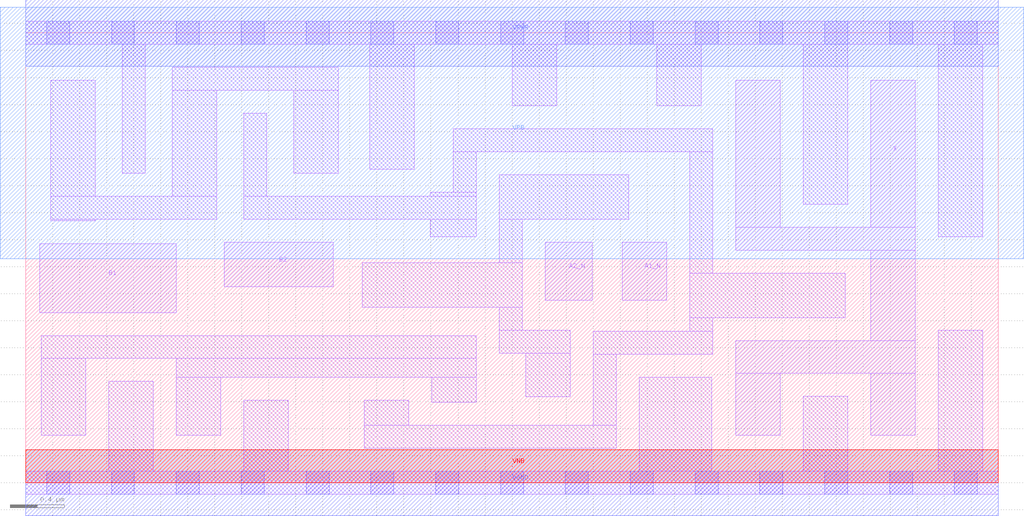
<source format=lef>
# Copyright 2020 The SkyWater PDK Authors
#
# Licensed under the Apache License, Version 2.0 (the "License");
# you may not use this file except in compliance with the License.
# You may obtain a copy of the License at
#
#     https://www.apache.org/licenses/LICENSE-2.0
#
# Unless required by applicable law or agreed to in writing, software
# distributed under the License is distributed on an "AS IS" BASIS,
# WITHOUT WARRANTIES OR CONDITIONS OF ANY KIND, either express or implied.
# See the License for the specific language governing permissions and
# limitations under the License.
#
# SPDX-License-Identifier: Apache-2.0

VERSION 5.7 ;
  NOWIREEXTENSIONATPIN ON ;
  DIVIDERCHAR "/" ;
  BUSBITCHARS "[]" ;
MACRO sky130_fd_sc_ls__o2bb2a_4
  CLASS CORE ;
  FOREIGN sky130_fd_sc_ls__o2bb2a_4 ;
  ORIGIN  0.000000  0.000000 ;
  SIZE  7.200000 BY  3.330000 ;
  SYMMETRY X Y ;
  SITE unit ;
  PIN A1_N
    ANTENNAGATEAREA  0.222000 ;
    DIRECTION INPUT ;
    USE SIGNAL ;
    PORT
      LAYER li1 ;
        RECT 4.415000 1.350000 4.745000 1.780000 ;
    END
  END A1_N
  PIN A2_N
    ANTENNAGATEAREA  0.222000 ;
    DIRECTION INPUT ;
    USE SIGNAL ;
    PORT
      LAYER li1 ;
        RECT 3.845000 1.350000 4.195000 1.780000 ;
    END
  END A2_N
  PIN B1
    ANTENNAGATEAREA  0.492000 ;
    DIRECTION INPUT ;
    USE SIGNAL ;
    PORT
      LAYER li1 ;
        RECT 0.105000 1.260000 1.115000 1.770000 ;
    END
  END B1
  PIN B2
    ANTENNAGATEAREA  0.492000 ;
    DIRECTION INPUT ;
    USE SIGNAL ;
    PORT
      LAYER li1 ;
        RECT 1.470000 1.450000 2.275000 1.780000 ;
    END
  END B2
  PIN VNB
    PORT
      LAYER pwell ;
        RECT 0.000000 0.000000 7.200000 0.245000 ;
    END
  END VNB
  PIN VPB
    PORT
      LAYER nwell ;
        RECT -0.190000 1.660000 7.390000 3.520000 ;
    END
  END VPB
  PIN X
    ANTENNADIFFAREA  1.311300 ;
    DIRECTION OUTPUT ;
    USE SIGNAL ;
    PORT
      LAYER li1 ;
        RECT 5.255000 0.350000 5.585000 0.810000 ;
        RECT 5.255000 0.810000 6.585000 1.050000 ;
        RECT 5.255000 1.720000 6.585000 1.890000 ;
        RECT 5.255000 1.890000 5.585000 2.980000 ;
        RECT 6.255000 0.350000 6.585000 0.810000 ;
        RECT 6.255000 1.050000 6.585000 1.720000 ;
        RECT 6.255000 1.890000 6.585000 2.980000 ;
    END
  END X
  PIN VGND
    DIRECTION INOUT ;
    SHAPE ABUTMENT ;
    USE GROUND ;
    PORT
      LAYER met1 ;
        RECT 0.000000 -0.245000 7.200000 0.245000 ;
    END
  END VGND
  PIN VPWR
    DIRECTION INOUT ;
    SHAPE ABUTMENT ;
    USE POWER ;
    PORT
      LAYER met1 ;
        RECT 0.000000 3.085000 7.200000 3.575000 ;
    END
  END VPWR
  OBS
    LAYER li1 ;
      RECT 0.000000 -0.085000 7.200000 0.085000 ;
      RECT 0.000000  3.245000 7.200000 3.415000 ;
      RECT 0.115000  0.350000 0.445000 0.920000 ;
      RECT 0.115000  0.920000 3.335000 1.090000 ;
      RECT 0.185000  1.940000 0.515000 1.950000 ;
      RECT 0.185000  1.950000 1.415000 2.120000 ;
      RECT 0.185000  2.120000 0.515000 2.980000 ;
      RECT 0.615000  0.085000 0.945000 0.750000 ;
      RECT 0.715000  2.290000 0.885000 3.245000 ;
      RECT 1.085000  2.120000 1.415000 2.905000 ;
      RECT 1.085000  2.905000 2.315000 3.075000 ;
      RECT 1.115000  0.350000 1.445000 0.780000 ;
      RECT 1.115000  0.780000 3.335000 0.920000 ;
      RECT 1.615000  0.085000 1.945000 0.610000 ;
      RECT 1.615000  1.950000 3.335000 2.120000 ;
      RECT 1.615000  2.120000 1.785000 2.735000 ;
      RECT 1.985000  2.290000 2.315000 2.905000 ;
      RECT 2.490000  1.300000 3.675000 1.630000 ;
      RECT 2.505000  0.255000 4.370000 0.425000 ;
      RECT 2.505000  0.425000 2.835000 0.610000 ;
      RECT 2.545000  2.320000 2.875000 3.245000 ;
      RECT 2.995000  1.820000 3.335000 1.950000 ;
      RECT 2.995000  2.120000 3.335000 2.150000 ;
      RECT 3.005000  0.595000 3.335000 0.780000 ;
      RECT 3.165000  2.150000 3.335000 2.450000 ;
      RECT 3.165000  2.450000 5.085000 2.620000 ;
      RECT 3.505000  0.960000 4.030000 1.130000 ;
      RECT 3.505000  1.130000 3.675000 1.300000 ;
      RECT 3.505000  1.630000 3.675000 1.950000 ;
      RECT 3.505000  1.950000 4.465000 2.280000 ;
      RECT 3.600000  2.790000 3.930000 3.245000 ;
      RECT 3.700000  0.635000 4.030000 0.960000 ;
      RECT 4.200000  0.425000 4.370000 0.950000 ;
      RECT 4.200000  0.950000 5.085000 1.120000 ;
      RECT 4.540000  0.085000 5.080000 0.780000 ;
      RECT 4.670000  2.790000 5.000000 3.245000 ;
      RECT 4.915000  1.120000 5.085000 1.220000 ;
      RECT 4.915000  1.220000 6.065000 1.550000 ;
      RECT 4.915000  1.550000 5.085000 2.450000 ;
      RECT 5.755000  0.085000 6.085000 0.640000 ;
      RECT 5.755000  2.060000 6.085000 3.245000 ;
      RECT 6.755000  0.085000 7.085000 1.130000 ;
      RECT 6.755000  1.820000 7.085000 3.245000 ;
    LAYER mcon ;
      RECT 0.155000 -0.085000 0.325000 0.085000 ;
      RECT 0.155000  3.245000 0.325000 3.415000 ;
      RECT 0.635000 -0.085000 0.805000 0.085000 ;
      RECT 0.635000  3.245000 0.805000 3.415000 ;
      RECT 1.115000 -0.085000 1.285000 0.085000 ;
      RECT 1.115000  3.245000 1.285000 3.415000 ;
      RECT 1.595000 -0.085000 1.765000 0.085000 ;
      RECT 1.595000  3.245000 1.765000 3.415000 ;
      RECT 2.075000 -0.085000 2.245000 0.085000 ;
      RECT 2.075000  3.245000 2.245000 3.415000 ;
      RECT 2.555000 -0.085000 2.725000 0.085000 ;
      RECT 2.555000  3.245000 2.725000 3.415000 ;
      RECT 3.035000 -0.085000 3.205000 0.085000 ;
      RECT 3.035000  3.245000 3.205000 3.415000 ;
      RECT 3.515000 -0.085000 3.685000 0.085000 ;
      RECT 3.515000  3.245000 3.685000 3.415000 ;
      RECT 3.995000 -0.085000 4.165000 0.085000 ;
      RECT 3.995000  3.245000 4.165000 3.415000 ;
      RECT 4.475000 -0.085000 4.645000 0.085000 ;
      RECT 4.475000  3.245000 4.645000 3.415000 ;
      RECT 4.955000 -0.085000 5.125000 0.085000 ;
      RECT 4.955000  3.245000 5.125000 3.415000 ;
      RECT 5.435000 -0.085000 5.605000 0.085000 ;
      RECT 5.435000  3.245000 5.605000 3.415000 ;
      RECT 5.915000 -0.085000 6.085000 0.085000 ;
      RECT 5.915000  3.245000 6.085000 3.415000 ;
      RECT 6.395000 -0.085000 6.565000 0.085000 ;
      RECT 6.395000  3.245000 6.565000 3.415000 ;
      RECT 6.875000 -0.085000 7.045000 0.085000 ;
      RECT 6.875000  3.245000 7.045000 3.415000 ;
  END
END sky130_fd_sc_ls__o2bb2a_4
END LIBRARY

</source>
